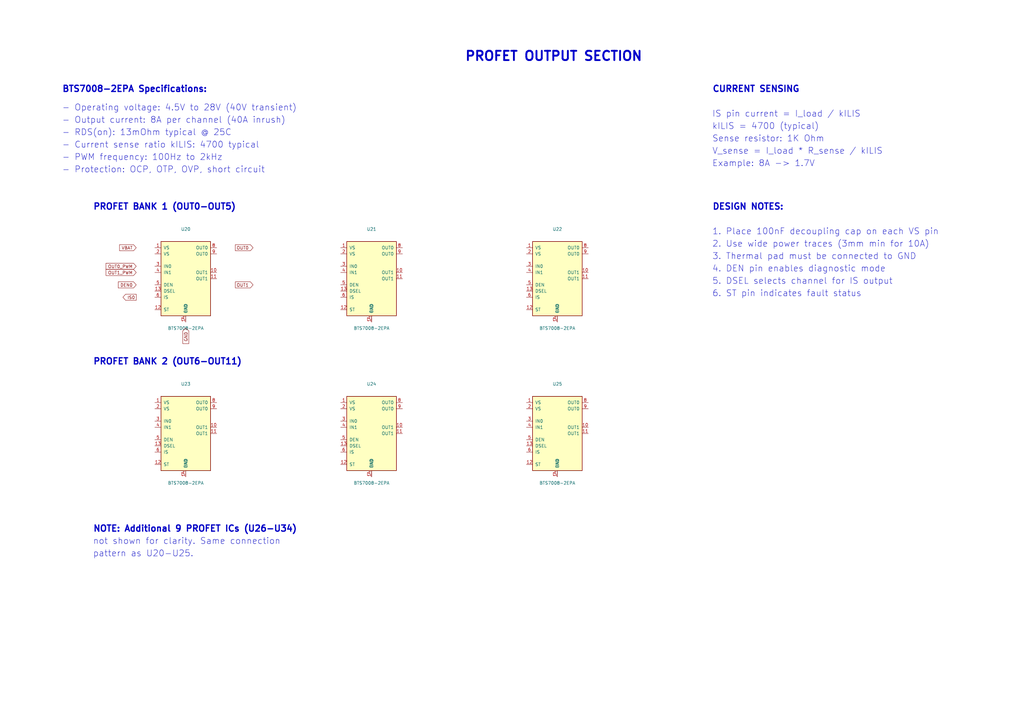
<source format=kicad_sch>
(kicad_sch (version 20231120) (generator "eeschema") (generator_version "8.0")
  (paper "A3")
  (title_block (title "PMU-30 PROFET Outputs") (date "2024-12-22") (rev "A") (company "R2 m-sport") (comment 1 "30x High-Side Switch Outputs") (comment 2 "15x BTS7008-2EPA Dual PROFET"))
  (lib_symbols
    (symbol "PMU30:BTS7008-2EPA" (pin_names (offset 1.016))
      (property "Reference" "U" (at 0 17.78 0))
      (property "Value" "BTS7008-2EPA" (at 0 -17.78 0))
      (symbol "BTS7008-2EPA_0_1"
        (rectangle (start -10.16 15.24) (end 10.16 -15.24) (stroke (width 0.254)) (fill (type background)))
      )
      (symbol "BTS7008-2EPA_1_1"
        (pin power_in line (at -12.7 12.7 0) (length 2.54) (name "VS") (number "1"))
        (pin power_in line (at -12.7 10.16 0) (length 2.54) (name "VS") (number "2"))
        (pin input line (at -12.7 5.08 0) (length 2.54) (name "IN0") (number "3"))
        (pin input line (at -12.7 2.54 0) (length 2.54) (name "IN1") (number "4"))
        (pin input line (at -12.7 -2.54 0) (length 2.54) (name "DEN") (number "5"))
        (pin output line (at -12.7 -7.62 0) (length 2.54) (name "IS") (number "6"))
        (pin power_in line (at 0 -17.78 90) (length 2.54) (name "GND") (number "7"))
        (pin power_out line (at 12.7 12.7 180) (length 2.54) (name "OUT0") (number "8"))
        (pin power_out line (at 12.7 10.16 180) (length 2.54) (name "OUT0") (number "9"))
        (pin power_out line (at 12.7 2.54 180) (length 2.54) (name "OUT1") (number "10"))
        (pin power_out line (at 12.7 0 180) (length 2.54) (name "OUT1") (number "11"))
        (pin output line (at -12.7 -12.7 0) (length 2.54) (name "ST") (number "12"))
        (pin input line (at -12.7 -5.08 0) (length 2.54) (name "DSEL") (number "13"))
        (pin passive line (at 0 -17.78 90) (length 2.54) (name "PAD") (number "14"))
      )
    )
  )
  (text "PROFET OUTPUT SECTION" (at 190.5 25.4 0) (effects (font (size 3.81 3.81) (bold yes)) (justify left bottom)))
  (text "BTS7008-2EPA Specifications:" (at 25.4 38.1 0) (effects (font (size 2.54 2.54) (bold yes)) (justify left bottom)))
  (text "- Operating voltage: 4.5V to 28V (40V transient)" (at 25.4 45.72 0) (effects (font (size 2.54 2.54)) (justify left bottom)))
  (text "- Output current: 8A per channel (40A inrush)" (at 25.4 50.8 0) (effects (font (size 2.54 2.54)) (justify left bottom)))
  (text "- RDS(on): 13mOhm typical @ 25C" (at 25.4 55.88 0) (effects (font (size 2.54 2.54)) (justify left bottom)))
  (text "- Current sense ratio kILIS: 4700 typical" (at 25.4 60.96 0) (effects (font (size 2.54 2.54)) (justify left bottom)))
  (text "- PWM frequency: 100Hz to 2kHz" (at 25.4 66.04 0) (effects (font (size 2.54 2.54)) (justify left bottom)))
  (text "- Protection: OCP, OTP, OVP, short circuit" (at 25.4 71.12 0) (effects (font (size 2.54 2.54)) (justify left bottom)))
  (text "PROFET BANK 1 (OUT0-OUT5)" (at 38.1 86.36 0) (effects (font (size 2.54 2.54) (bold yes)) (justify left bottom)))
  (symbol (lib_id "PMU30:BTS7008-2EPA") (at 76.2 114.3 0) (unit 1)
    (property "Reference" "U20" (at 76.2 93.98 0))
    (property "Value" "BTS7008-2EPA" (at 76.2 134.62 0))
    (property "Footprint" "Package_SO:TSDSO-14_4.4x8.65mm_P1.27mm" (effects (hide yes)))
    (property "Datasheet" "https://www.infineon.com/dgdl/Infineon-BTS7008-2EPA-DataSheet-v02_02-EN.pdf" (effects (hide yes)))
  )
  (symbol (lib_id "PMU30:BTS7008-2EPA") (at 152.4 114.3 0) (unit 1)
    (property "Reference" "U21" (at 152.4 93.98 0))
    (property "Value" "BTS7008-2EPA" (at 152.4 134.62 0))
    (property "Footprint" "Package_SO:TSDSO-14_4.4x8.65mm_P1.27mm" (effects (hide yes)))
    (property "Datasheet" "https://www.infineon.com/dgdl/Infineon-BTS7008-2EPA-DataSheet-v02_02-EN.pdf" (effects (hide yes)))
  )
  (symbol (lib_id "PMU30:BTS7008-2EPA") (at 228.6 114.3 0) (unit 1)
    (property "Reference" "U22" (at 228.6 93.98 0))
    (property "Value" "BTS7008-2EPA" (at 228.6 134.62 0))
    (property "Footprint" "Package_SO:TSDSO-14_4.4x8.65mm_P1.27mm" (effects (hide yes)))
    (property "Datasheet" "https://www.infineon.com/dgdl/Infineon-BTS7008-2EPA-DataSheet-v02_02-EN.pdf" (effects (hide yes)))
  )
  (text "PROFET BANK 2 (OUT6-OUT11)" (at 38.1 149.86 0) (effects (font (size 2.54 2.54) (bold yes)) (justify left bottom)))
  (symbol (lib_id "PMU30:BTS7008-2EPA") (at 76.2 177.8 0) (unit 1)
    (property "Reference" "U23" (at 76.2 157.48 0))
    (property "Value" "BTS7008-2EPA" (at 76.2 198.12 0))
    (property "Footprint" "Package_SO:TSDSO-14_4.4x8.65mm_P1.27mm" (effects (hide yes)))
    (property "Datasheet" "https://www.infineon.com/dgdl/Infineon-BTS7008-2EPA-DataSheet-v02_02-EN.pdf" (effects (hide yes)))
  )
  (symbol (lib_id "PMU30:BTS7008-2EPA") (at 152.4 177.8 0) (unit 1)
    (property "Reference" "U24" (at 152.4 157.48 0))
    (property "Value" "BTS7008-2EPA" (at 152.4 198.12 0))
    (property "Footprint" "Package_SO:TSDSO-14_4.4x8.65mm_P1.27mm" (effects (hide yes)))
    (property "Datasheet" "https://www.infineon.com/dgdl/Infineon-BTS7008-2EPA-DataSheet-v02_02-EN.pdf" (effects (hide yes)))
  )
  (symbol (lib_id "PMU30:BTS7008-2EPA") (at 228.6 177.8 0) (unit 1)
    (property "Reference" "U25" (at 228.6 157.48 0))
    (property "Value" "BTS7008-2EPA" (at 228.6 198.12 0))
    (property "Footprint" "Package_SO:TSDSO-14_4.4x8.65mm_P1.27mm" (effects (hide yes)))
    (property "Datasheet" "https://www.infineon.com/dgdl/Infineon-BTS7008-2EPA-DataSheet-v02_02-EN.pdf" (effects (hide yes)))
  )
  (text "CURRENT SENSING" (at 292.1 38.1 0) (effects (font (size 2.54 2.54) (bold yes)) (justify left bottom)))
  (text "IS pin current = I_load / kILIS" (at 292.1 48.26 0) (effects (font (size 2.54 2.54)) (justify left bottom)))
  (text "kILIS = 4700 (typical)" (at 292.1 53.34 0) (effects (font (size 2.54 2.54)) (justify left bottom)))
  (text "Sense resistor: 1K Ohm" (at 292.1 58.42 0) (effects (font (size 2.54 2.54)) (justify left bottom)))
  (text "V_sense = I_load * R_sense / kILIS" (at 292.1 63.5 0) (effects (font (size 2.54 2.54)) (justify left bottom)))
  (text "Example: 8A -> 1.7V" (at 292.1 68.58 0) (effects (font (size 2.54 2.54)) (justify left bottom)))
  (text "DESIGN NOTES:" (at 292.1 86.36 0) (effects (font (size 2.54 2.54) (bold yes)) (justify left bottom)))
  (text "1. Place 100nF decoupling cap on each VS pin" (at 292.1 96.52 0) (effects (font (size 2.54 2.54)) (justify left bottom)))
  (text "2. Use wide power traces (3mm min for 10A)" (at 292.1 101.6 0) (effects (font (size 2.54 2.54)) (justify left bottom)))
  (text "3. Thermal pad must be connected to GND" (at 292.1 106.68 0) (effects (font (size 2.54 2.54)) (justify left bottom)))
  (text "4. DEN pin enables diagnostic mode" (at 292.1 111.76 0) (effects (font (size 2.54 2.54)) (justify left bottom)))
  (text "5. DSEL selects channel for IS output" (at 292.1 116.84 0) (effects (font (size 2.54 2.54)) (justify left bottom)))
  (text "6. ST pin indicates fault status" (at 292.1 121.92 0) (effects (font (size 2.54 2.54)) (justify left bottom)))
  (text "NOTE: Additional 9 PROFET ICs (U26-U34)" (at 38.1 218.44 0) (effects (font (size 2.54 2.54) (bold yes)) (justify left bottom)))
  (text "not shown for clarity. Same connection" (at 38.1 223.52 0) (effects (font (size 2.54 2.54)) (justify left bottom)))
  (text "pattern as U20-U25." (at 38.1 228.6 0) (effects (font (size 2.54 2.54)) (justify left bottom)))
  (global_label "VBAT" (shape input) (at 55.88 101.6 180) (property "Intersheetrefs" "${INTERSHEET_REFS}" (effects (hide yes))))
  (global_label "GND" (shape input) (at 76.2 134.62 270) (property "Intersheetrefs" "${INTERSHEET_REFS}" (effects (hide yes))))
  (global_label "OUT0_PWM" (shape input) (at 55.88 109.22 180) (property "Intersheetrefs" "${INTERSHEET_REFS}" (effects (hide yes))))
  (global_label "OUT1_PWM" (shape input) (at 55.88 111.76 180) (property "Intersheetrefs" "${INTERSHEET_REFS}" (effects (hide yes))))
  (global_label "OUT0" (shape output) (at 96.52 101.6 0) (property "Intersheetrefs" "${INTERSHEET_REFS}" (effects (hide yes))))
  (global_label "OUT1" (shape output) (at 96.52 116.84 0) (property "Intersheetrefs" "${INTERSHEET_REFS}" (effects (hide yes))))
  (global_label "IS0" (shape output) (at 55.88 121.92 180) (property "Intersheetrefs" "${INTERSHEET_REFS}" (effects (hide yes))))
  (global_label "DEN0" (shape input) (at 55.88 116.84 180) (property "Intersheetrefs" "${INTERSHEET_REFS}" (effects (hide yes))))
)
</source>
